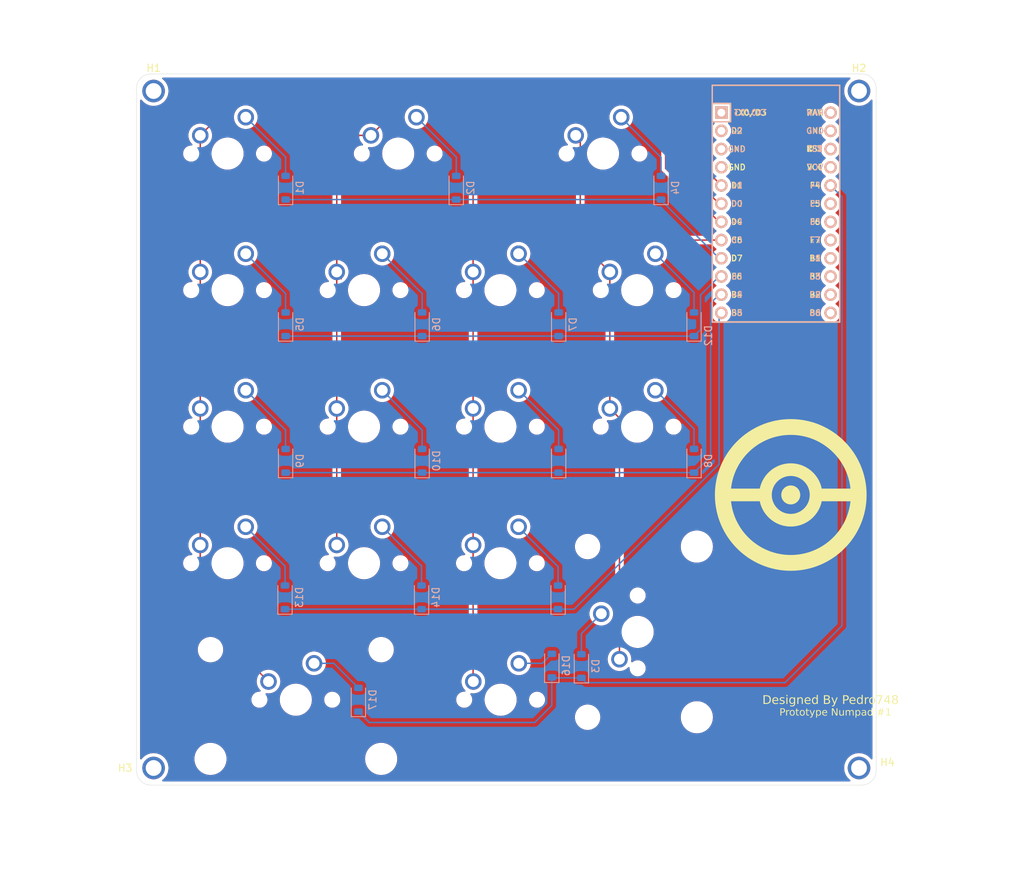
<source format=kicad_pcb>
(kicad_pcb (version 20240108) (generator "pcbnew") (generator_version "8.0")
  (layers (0 "F.Cu" signal) (31 "B.Cu" signal) (34 "B.Paste" user) (35 "F.Paste" user) (36 "B.SilkS" user "B.Silkscreen") (37 "F.SilkS" user "F.Silkscreen") (38 "B.Mask" user) (39 "F.Mask" user) (44 "Edge.Cuts" user))
  (net 0 "")
  (net 1 "Net-(D1-A)")
  (net 2 "Net-(D2-A)")
  (net 3 "Net-(D4-A)")
  (net 4 "Net-(D5-A)")
  (net 5 "Net-(D6-A)")
  (net 6 "Net-(D7-A)")
  (net 7 "Net-(D9-A)")
  (net 8 "Net-(D10-A)")
  (net 9 "Net-(D12-A)")
  (net 10 "Net-(D13-A)")
  (net 11 "Net-(D14-A)")
  (net 12 "Net-(D15-A)")
  (net 13 "Net-(D11-A)")
  (net 14 "Net-(D3-A)")
  (net 15 "Net-(D16-A)")
  (net 16 "ROW1")
  (net 17 "ROW4")
  (net 18 "ROW2")
  (net 19 "ROW3")
  (net 20 "COL1")
  (net 21 "COL2")
  (net 22 "COL3")
  (net 23 "Net-(D17-A)")
  (net 36 "Net-(D8-A)")
  (net 40 "ROW0")
  (net 41 "COL0")
  (footprint "PCM_marbastlib-mx:SW_MX_1.5u" (layer "F.Cu") (at 128.42875 79.375)
    (property "Reference" "MX2" (hide yes))
    (property "Value" "MX_SW_solder")
  )
  (footprint "PCM_marbastlib-mx:SW_MX_1u" (layer "F.Cu") (at 142.68625 117.475)
    (property "Reference" "MX11" (hide yes))
    (property "Value" "MX_SW_solder")
  )
  (footprint "MountingHole:MountingHole_2.2mm_M2" (layer "F.Cu") (at 94.2975 70.64375)
    (property "Reference" "H1")
    (property "Value" "MountingHole")
  )
  (footprint "PCM_marbastlib-mx:SW_MX_1u" (layer "F.Cu") (at 123.66 98.425)
    (property "Reference" "MX6" (hide yes))
    (property "Value" "MX_SW_solder")
  )
  (footprint "PCM_marbastlib-mx:SW_MX_1u" (layer "F.Cu") (at 123.66 117.475)
    (property "Reference" "MX10" (hide yes))
    (property "Value" "MX_SW_solder")
  )
  (footprint "PCM_marbastlib-mx:SW_MX_1u" (layer "F.Cu") (at 161.84 146.1125 90)
    (property "Reference" "MX3" (hide yes))
    (property "Value" "MX_SW_solder")
  )
  (footprint "PCM_marbastlib-mx:SW_MX_1u" (layer "F.Cu") (at 142.71625 155.575)
    (property "Reference" "MX16" (hide yes))
    (property "Value" "MX_SW_solder")
  )
  (footprint "MountingHole:MountingHole_2.2mm_M2" (layer "F.Cu") (at 192.7225 70.64375)
    (property "Reference" "H2")
    (property "Value" "MountingHole")
  )
  (footprint "PCM_marbastlib-mx:SW_MX_1u" (layer "F.Cu") (at 161.76625 98.425)
    (property "Reference" "MX12" (hide yes))
    (property "Value" "MX_SW_solder")
  )
  (footprint "PCM_marbastlib-mx:SW_MX_1u" (layer "F.Cu") (at 104.61625 117.475)
    (property "Reference" "MX9" (hide yes))
    (property "Value" "MX_SW_solder")
  )
  (footprint "PCM_marbastlib-mx:SW_MX_1u" (layer "F.Cu") (at 104.61625 98.425)
    (property "Reference" "MX5" (hide yes))
    (property "Value" "MX_SW_solder")
  )
  (footprint "PCM_marbastlib-mx:SW_MX_1u" (layer "F.Cu") (at 123.66 136.525)
    (property "Reference" "MX14" (hide yes))
    (property "Value" "MX_SW_solder")
  )
  (footprint "MountingHole:MountingHole_2.2mm_M2" (layer "F.Cu") (at 94.2975 165.1)
    (property "Reference" "H3")
    (property "Value" "MountingHole")
  )
  (footprint "PCM_marbastlib-mx:STAB_MX_2u" (layer "F.Cu") (at 161.84 146.1125 90)
    (property "Reference" "S2" (hide yes))
    (property "Value" "MX_stab")
  )
  (footprint "PCM_marbastlib-mx:SW_MX_1u" (layer "F.Cu") (at 161.76625 117.475)
    (property "Reference" "MX8" (hide yes))
    (property "Value" "MX_SW_solder")
  )
  (footprint "ScottoKeebs_MCU:Arduino_Pro_Micro" (layer "F.Cu") (at 181.13375 87.63)
    (property "Reference" "U1" (hide yes))
    (property "Value" "Arduino_Pro_Micro" (hide yes))
  )
  (footprint "PCM_marbastlib-mx:SW_MX_1u" (layer "F.Cu") (at 142.68625 98.425)
    (property "Reference" "MX7" (hide yes))
    (property "Value" "MX_SW_solder")
  )
  (footprint "PCM_marbastlib-mx:SW_MX_1u" (layer "F.Cu") (at 104.61 136.525)
    (property "Reference" "MX13" (hide yes))
    (property "Value" "MX_SW_solder")
  )
  (footprint "MountingHole:MountingHole_2.2mm_M2" (layer "F.Cu") (at 192.7225 165.1)
    (property "Reference" "H4")
    (property "Value" "MountingHole")
  )
  (footprint "PCM_marbastlib-mx:SW_MX_1u" (layer "F.Cu") (at 114.14125 155.575)
    (property "Reference" "MX17" (hide yes))
    (property "Value" "MX_SW_solder")
  )
  (footprint "PCM_marbastlib-mx:SW_MX_1u" (layer "F.Cu") (at 104.61625 79.375)
    (property "Reference" "MX1" (hide yes))
    (property "Value" "MX_SW_solder")
  )
  (footprint "PCM_marbastlib-mx:SW_MX_1u" (layer "F.Cu") (at 142.68625 136.525)
    (property "Reference" "MX15" (hide yes))
    (property "Value" "MX_SW_solder")
  )
  (footprint "PCM_marbastlib-mx:SW_MX_1.5u" (layer "F.Cu") (at 157.0025 79.375)
    (property "Reference" "MX4" (hide yes))
    (property "Value" "MX_SW_solder")
  )
  (footprint "PCM_marbastlib-mx:STAB_MX_2u" (layer "F.Cu") (at 114.14125 155.575)
    (property "Reference" "S3" (hide yes))
    (property "Value" "MX_stab")
  )
  (footprint "Diode_SMD:D_SOD-123" (layer "B.Cu") (at 169.70375 122.2375 90)
    (property "Reference" "D8")
    (property "Value" "D_Small")
  )
  (footprint "Diode_SMD:D_SOD-123" (layer "B.Cu") (at 136.525 84.1375 90)
    (property "Reference" "D2")
    (property "Value" "D_Small")
  )
  (footprint "Diode_SMD:D_SOD-123" (layer "B.Cu") (at 122.8725 155.575 90)
    (property "Reference" "D17")
    (property "Value" "D_Small")
  )
  (footprint "Diode_SMD:D_SOD-123" (layer "B.Cu") (at 150.8125 103.1875 90)
    (property "Reference" "D7")
    (property "Value" "D_Small")
  )
  (footprint "Diode_SMD:D_SOD-123" (layer "B.Cu") (at 150.7325 141.2875 90)
    (property "Reference" "D15" (hide yes))
    (property "Value" "D_Small")
  )
  (footprint "Diode_SMD:D_SOD-123" (layer "B.Cu") (at 149.86 150.8125 90)
    (property "Reference" "D16")
    (property "Value" "D_Small")
  )
  (footprint "Diode_SMD:D_SOD-123" (layer "B.Cu") (at 131.7625 122.2375 90)
    (property "Reference" "D10")
    (property "Value" "D_Small")
  )
  (footprint "Diode_SMD:D_SOD-123" (layer "B.Cu") (at 131.7625 103.1875 90)
    (property "Reference" "D6")
    (property "Value" "D_Small")
  )
  (footprint "Diode_SMD:D_SOD-123" (layer "B.Cu") (at 169.70375 103.1875 90)
    (property "Reference" "D12")
    (property "Value" "D_Small")
  )
  (footprint "Diode_SMD:D_SOD-123" (layer "B.Cu") (at 112.7125 103.1875 90)
    (property "Reference" "D5")
    (property "Value" "D_Small")
  )
  (footprint "Diode_SMD:D_SOD-123" (layer "B.Cu") (at 112.7125 122.2375 90)
    (property "Reference" "D9")
    (property "Value" "D_Small")
  )
  (footprint "Diode_SMD:D_SOD-123" (layer "B.Cu") (at 112.6325 141.2875 90)
    (property "Reference" "D13")
    (property "Value" "D_Small")
  )
  (footprint "Diode_SMD:D_SOD-123" (layer "B.Cu") (at 131.6825 141.2875 90)
    (property "Reference" "D14")
    (property "Value" "D_Small")
  )
  (footprint "Diode_SMD:D_SOD-123" (layer "B.Cu") (at 150.8125 122.2375 90)
    (property "Reference" "D11" (hide yes))
    (property "Value" "D_Small")
  )
  (footprint "Diode_SMD:D_SOD-123" (layer "B.Cu") (at 153.9875 150.875 90)
    (property "Reference" "D3")
    (property "Value" "D_Small")
  )
  (footprint "Diode_SMD:D_SOD-123" (layer "B.Cu") (at 112.7125 84.1375 90)
    (property "Reference" "D1")
    (property "Value" "D_Small")
  )
  (footprint "Diode_SMD:D_SOD-123" (layer "B.Cu") (at 165.1 84.1375 90)
    (property "Reference" "D4")
    (property "Value" "D_Small")
  )
  (gr_poly (pts (xy 183.265578 125.678804) (xy 183.332762 125.683912) (xy 183.39897 125.692325) (xy 183.464117 125.703959) (xy 183.528121 125.718731) (xy 183.590899 125.736557) (xy 183.652368 125.757355) (xy 183.712444 125.781042) (xy 183.771044 125.807534) (xy 183.828086 125.836749) (xy 183.883486 125.868603) (xy 183.937161 125.903013) (xy 183.989028 125.939896) (xy 184.039003 125.979168) (xy 184.087004 126.020748) (xy 184.132948 126.064551) (xy 184.176751 126.110495) (xy 184.218331 126.158496) (xy 184.257604 126.208472) (xy 184.294487 126.260339) (xy 184.328897 126.314013) (xy 184.36075 126.369413) (xy 184.389965 126.426455) (xy 184.416457 126.485055) (xy 184.440144 126.545131) (xy 184.460942 126.6066) (xy 184.478769 126.669378) (xy 184.49354 126.733382) (xy 184.505174 126.798529) (xy 184.513587 126.864737) (xy 184.518695 126.931921) (xy 184.520417 127) (xy 184.518695 127.068078) (xy 184.513587 127.135262) (xy 184.505174 127.20147) (xy 184.49354 127.266617) (xy 184.478769 127.330621) (xy 184.460942 127.393399) (xy 184.440144 127.454868) (xy 184.416457 127.514944) (xy 184.389965 127.573544) (xy 184.36075 127.630586) (xy 184.328897 127.685986) (xy 184.294487 127.739661) (xy 184.257604 127.791528) (xy 184.218331 127.841503) (xy 184.176751 127.889504) (xy 184.132948 127.935448) (xy 184.087004 127.979251) (xy 184.039003 128.020831) (xy 183.989028 128.060104) (xy 183.937161 128.096987) (xy 183.883486 128.131397) (xy 183.828086 128.16325) (xy 183.771044 128.192465) (xy 183.712444 128.218957) (xy 183.652368 128.242644) (xy 183.590899 128.263442) (xy 183.528121 128.281269) (xy 183.464117 128.29604) (xy 183.39897 128.307674) (xy 183.332762 128.316087) (xy 183.265578 128.321195) (xy 183.1975 128.322917) (xy 183.129421 128.321195) (xy 183.062237 128.316087) (xy 182.996029 128.307674) (xy 182.930882 128.29604) (xy 182.866878 128.281269) (xy 182.8041 128.263442) (xy 182.742631 128.242644) (xy 182.682555 128.218957) (xy 182.623955 128.192465) (xy 182.566913 128.16325) (xy 182.511513 128.131397) (xy 182.457839 128.096987) (xy 182.405972 128.060104) (xy 182.355996 128.020831) (xy 182.307995 127.979251) (xy 182.262051 127.935448) (xy 182.218248 127.889504) (xy 182.176668 127.841503) (xy 182.137396 127.791528) (xy 182.100513 127.739661) (xy 182.066103 127.685986) (xy 182.034249 127.630586) (xy 182.005034 127.573544) (xy 181.978542 127.514944) (xy 181.954855 127.454868) (xy 181.934057 127.393399) (xy 181.916231 127.330621) (xy 181.901459 127.266617) (xy 181.889825 127.20147) (xy 181.881412 127.135262) (xy 181.876304 127.068078) (xy 181.874582 127) (xy 181.876304 126.931921) (xy 181.881412 126.864737) (xy 181.889825 126.798529) (xy 181.901459 126.733382) (xy 181.916231 126.669378) (xy 181.934057 126.6066) (xy 181.954855 126.545131) (xy 181.978542 126.485055) (xy 182.005034 126.426455) (xy 182.034249 126.369413) (xy 182.066103 126.314013) (xy 182.100513 126.260339) (xy 182.137396 126.208472) (xy 182.176668 126.158496) (xy 182.218248 126.110495) (xy 182.262051 126.064551) (xy 182.307995 126.020748) (xy 182.355996 125.979168) (xy 182.405972 125.939896) (xy 182.457839 125.903013) (xy 182.511513 125.868603) (xy 182.566913 125.836749) (xy 182.623955 125.807534) (xy 182.682555 125.781042) (xy 182.742631 125.757355) (xy 182.8041 125.736557) (xy 182.866878 125.718731) (xy 182.930882 125.703959) (xy 182.996029 125.692325) (xy 183.062237 125.683912) (xy 183.129421 125.678804) (xy 183.1975 125.677082)) (stroke (width -0.000001)) (fill solid) (layer "F.SilkS"))
  (gr_poly (pts (xy 183.742116 116.430438) (xy 184.279583 116.471307) (xy 184.809236 116.538611) (xy 185.330409 116.631683) (xy 185.842438 116.749859) (xy 186.344657 116.892473) (xy 186.836402 117.058861) (xy 187.317008 117.248358) (xy 187.78581 117.460299) (xy 188.242142 117.694019) (xy 188.68534 117.948853) (xy 189.11474 118.224135) (xy 189.529674 118.519202) (xy 189.92948 118.833387) (xy 190.313492 119.166027) (xy 190.681045 119.516455) (xy 191.031473 119.884008) (xy 191.364113 120.26802) (xy 191.678298 120.667825) (xy 191.973365 121.08276) (xy 192.248648 121.512159) (xy 192.503481 121.955357) (xy 192.737201 122.41169) (xy 192.949142 122.880491) (xy 193.138639 123.361097) (xy 193.305028 123.852842) (xy 193.447642 124.355062) (xy 193.565818 124.867091) (xy 193.65889 125.388264) (xy 193.726193 125.917916) (xy 193.767063 126.455383) (xy 193.780834 127) (xy 193.767063 127.544616) (xy 193.726193 128.082083) (xy 193.65889 128.611736) (xy 193.565818 129.132909) (xy 193.447642 129.644938) (xy 193.305028 130.147157) (xy 193.138639 130.638902) (xy 192.949142 131.119508) (xy 192.737201 131.58831) (xy 192.503481 132.044642) (xy 192.248648 132.48784) (xy 191.973365 132.91724) (xy 191.678298 133.332174) (xy 191.364113 133.73198) (xy 191.031473 134.115992) (xy 190.681045 134.483545) (xy 190.313492 134.833973) (xy 189.92948 135.166613) (xy 189.529674 135.480798) (xy 189.11474 135.775865) (xy 188.68534 136.051148) (xy 188.242142 136.305981) (xy 187.78581 136.539701) (xy 187.317008 136.751642) (xy 186.836402 136.941139) (xy 186.344657 137.107528) (xy 185.842438 137.250142) (xy 185.330409 137.368318) (xy 184.809236 137.46139) (xy 184.279583 137.528693) (xy 183.742116 137.569563) (xy 183.1975 137.583334) (xy 182.652883 137.569563) (xy 182.115416 137.528693) (xy 181.585764 137.46139) (xy 181.064591 137.368318) (xy 180.552562 137.250142) (xy 180.050342 137.107528) (xy 179.558597 136.941139) (xy 179.077991 136.751642) (xy 178.60919 136.539701) (xy 178.152857 136.305981) (xy 177.709659 136.051148) (xy 177.28026 135.775865) (xy 176.865325 135.480798) (xy 176.46552 135.166613) (xy 176.081508 134.833973) (xy 175.713955 134.483545) (xy 175.363527 134.115992) (xy 175.030887 133.73198) (xy 174.716702 133.332174) (xy 174.421635 132.91724) (xy 174.146353 132.48784) (xy 173.891519 132.044642) (xy 173.657799 131.58831) (xy 173.445858 131.119508) (xy 173.256361 130.638902) (xy 173.089973 130.147157) (xy 172.947359 129.644938) (xy 172.829183 129.132909) (xy 172.736111 128.611736) (xy 172.668807 128.082083) (xy 172.653587 127.881926) (xy 174.864908 127.881926) (xy 174.915299 128.27408) (xy 174.98355 128.66036) (xy 175.06923 129.040334) (xy 175.171908 129.413572) (xy 175.291153 129.779641) (xy 175.426533 130.138112) (xy 175.577618 130.488551) (xy 175.743976 130.83053) (xy 175.925176 131.163615) (xy 176.120788 131.487377) (xy 176.330379 131.801383) (xy 176.553518 132.105204) (xy 176.789775 132.398407) (xy 177.038719 132.680561) (xy 177.299917 132.951235) (xy 177.572939 133.209999) (xy 177.857354 133.45642) (xy 178.15273 133.690068) (xy 178.458637 133.910512) (xy 178.774643 134.11732) (xy 179.100316 134.310061) (xy 179.435227 134.488304) (xy 179.778943 134.651618) (xy 180.131034 134.799572) (xy 180.491068 134.931734) (xy 180.858614 135.047674) (xy 181.233241 135.146959) (xy 181.614518 135.22916) (xy 182.002014 135.293844) (xy 182.395297 135.340581) (xy 182.793936 135.368939) (xy 183.1975 135.378488) (xy 183.601064 135.368939) (xy 183.999703 135.340581) (xy 184.392986 135.293844) (xy 184.780481 135.22916) (xy 185.161758 135.146959) (xy 185.536385 135.047674) (xy 185.903931 134.931734) (xy 186.263965 134.799572) (xy 186.616056 134.651618) (xy 186.959772 134.488304) (xy 187.294683 134.310061) (xy 187.620356 134.11732) (xy 187.936362 133.910512) (xy 188.242269 133.690068) (xy 188.537645 133.45642) (xy 188.82206 133.209999) (xy 189.095082 132.951235) (xy 189.35628 132.680561) (xy 189.605224 132.398407) (xy 189.841481 132.105204) (xy 190.06462 131.801383) (xy 190.274211 131.487377) (xy 190.469823 131.163615) (xy 190.651023 130.83053) (xy 190.817381 130.488551) (xy 190.968466 130.138112) (xy 191.103847 129.779641) (xy 191.223092 129.413572) (xy 191.32577 129.040334) (xy 191.411451 128.66036) (xy 191.479702 128.27408) (xy 191.530092 127.881926) (xy 187.519008 127.881982) (xy 187.476719 128.069191) (xy 187.426583 128.253297) (xy 187.368787 128.434113) (xy 187.303515 128.611454) (xy 187.230956 128.785133) (xy 187.151295 128.954964) (xy 187.064719 129.120761) (xy 186.971413 129.282337) (xy 186.871563 129.439506) (xy 186.765357 129.592082) (xy 186.652981 129.739879) (xy 186.53462 129.88271) (xy 186.41046 130.020389) (xy 186.280689 130.152731) (xy 186.145493 130.279548) (xy 186.005056 130.400654) (xy 185.859567 130.515864) (xy 185.709211 130.62499) (xy 185.554174 130.727847) (xy 185.394643 130.824249) (xy 185.230804 130.914009) (xy 185.062842 130.996941) (xy 184.890945 131.072858) (xy 184.715299 131.141575) (xy 184.53609 131.202905) (xy 184.353503 131.256662) (xy 184.167726 131.302659) (xy 183.978945 131.340712) (xy 183.787345 131.370632) (xy 183.593113 131.392234) (xy 183.396436 131.405332) (xy 183.1975 131.409739) (xy 182.998563 131.405332) (xy 182.801886 131.392234) (xy 182.607654 131.370632) (xy 182.416055 131.340712) (xy 182.227273 131.302659) (xy 182.041496 131.256662) (xy 181.85891 131.202905) (xy 181.6797 131.141575) (xy 181.504054 131.072858) (xy 181.332157 130.996941) (xy 181.164196 130.914009) (xy 181.000356 130.824249) (xy 180.840825 130.727847) (xy 180.685788 130.62499) (xy 180.389943 130.400654) (xy 180.11431 130.152731) (xy 179.86038 129.88271) (xy 179.629642 129.592082) (xy 179.523436 129.439506) (xy 179.423587 129.282337) (xy 179.330281 129.120761) (xy 179.243704 128.954964) (xy 179.164043 128.785133) (xy 179.091484 128.611454) (xy 179.026213 128.434113) (xy 178.968416 128.253297) (xy 178.91828 128.069191) (xy 178.875991 127.881982) (xy 174.864908 127.881926) (xy 172.653587 127.881926) (xy 172.627938 127.544616) (xy 172.614167 127) (xy 180.551667 127) (xy 180.555109 127.136156) (xy 180.565327 127.270525) (xy 180.582152 127.40294) (xy 180.60542 127.533235) (xy 180.634963 127.661244) (xy 180.670616 127.7868) (xy 180.712212 127.909737) (xy 180.759586 128.029889) (xy 180.81257 128.14709) (xy 180.870999 128.261173) (xy 180.934706 128.371973) (xy 181.003526 128.479322) (xy 181.077292 128.583056) (xy 181.155837 128.683007) (xy 181.238997 128.779009) (xy 181.326603 128.870896) (xy 181.41849 128.958503) (xy 181.514493 129.041662) (xy 181.614444 129.120207) (xy 181.718177 129.193973) (xy 181.825527 129.262793) (xy 181.936326 129.3265) (xy 182.05041 129.384929) (xy 182.16761 129.437914) (xy 182.287762 129.485287) (xy 182.4107 129.526883) (xy 182.536256 129.562536) (xy 182.664264 129.59208) (xy 182.794559 129.615347) (xy 182.926974 129.632173) (xy 183.061343 129.64239) (xy 183.1975 129.645832) (xy 183.333651 129.64239) (xy 183.468016 129.632173) (xy 183.600427 129.615347) (xy 183.730719 129.59208) (xy 183.858724 129.562536) (xy 183.984278 129.526883) (xy 184.107214 129.485287) (xy 184.227364 129.437914) (xy 184.344564 129.384929) (xy 184.458647 129.3265) (xy 184.569447 129.262793) (xy 184.676797 129.193973) (xy 184.780531 129.120207) (xy 184.880482 129.041662) (xy 184.976486 128.958503) (xy 185.068375 128.870896) (xy 185.155982 128.779009) (xy 185.239143 128.683007) (xy 185.31769 128.583056) (xy 185.391458 128.479322) (xy 185.460279 128.371973) (xy 185.523989 128.261173) (xy 185.582419 128.14709) (xy 185.635406 128.029889) (xy 185.682781 127.909737) (xy 185.724378 127.7868) (xy 185.760033 127.661244) (xy 185.789577 127.533235) (xy 185.812846 127.40294) (xy 185.829672 127.270525) (xy 185.83989 127.136156) (xy 185.843332 127) (xy 185.83989 126.863848) (xy 185.829672 126.729484) (xy 185.812846 126.597072) (xy 185.789577 126.466781) (xy 185.760033 126.338775) (xy 185.724378 126.213221) (xy 185.682781 126.090286) (xy 185.635406 125.970135) (xy 185.582419 125.852935) (xy 185.523989 125.738852) (xy 185.460279 125.628053) (xy 185.391458 125.520703) (xy 185.31769 125.416969) (xy 185.239143 125.317017) (xy 185.155982 125.221013) (xy 185.068375 125.129125) (xy 184.976486 125.041517) (xy 184.880482 124.958356) (xy 184.780531 124.879809) (xy 184.676797 124.806041) (xy 184.569447 124.73722) (xy 184.458647 124.673511) (xy 184.344564 124.61508) (xy 184.227364 124.562094) (xy 184.107214 124.514719) (xy 183.984278 124.473121) (xy 183.858724 124.437467) (xy 183.730719 124.407922) (xy 183.600427 124.384653) (xy 183.468016 124.367827) (xy 183.333651 124.35761) (xy 183.1975 124.354167) (xy 183.061343 124.35761) (xy 182.926974 124.367827) (xy 182.794559 124.384653) (xy 182.664264 124.407922) (xy 182.536256 124.437467) (xy 182.4107 124.473121) (xy 182.287762 124.514719) (xy 182.16761 124.562094) (xy 182.05041 124.61508) (xy 181.936326 124.673511) (xy 181.825527 124.73722) (xy 181.718177 124.806041) (xy 181.614444 124.879809) (xy 181.514493 124.958356) (xy 181.41849 125.041517) (xy 181.326603 125.129125) (xy 181.238997 125.221013) (xy 181.155837 125.317017) (xy 181.077292 125.416969) (xy 181.003526 125.520703) (xy 180.934706 125.628053) (xy 180.870999 125.738852) (xy 180.81257 125.852935) (xy 180.759586 125.970135) (xy 180.712212 126.090286) (xy 180.670616 126.213221) (xy 180.634963 126.338775) (xy 180.60542 126.466781) (xy 180.582152 126.597072) (xy 180.565327 126.729484) (xy 180.555109 126.863848) (xy 180.551667 127) (xy 172.614167 127) (xy 172.627938 126.455383) (xy 172.653587 126.118074) (xy 174.864908 126.118074) (xy 178.875991 126.118074) (xy 178.91828 125.93086) (xy 178.968416 125.746749) (xy 179.026213 125.565928) (xy 179.091484 125.388583) (xy 179.164043 125.2149) (xy 179.243704 125.045065) (xy 179.330281 124.879265) (xy 179.423587 124.717686) (xy 179.523436 124.560514) (xy 179.629642 124.407935) (xy 179.742019 124.260136) (xy 179.86038 124.117303) (xy 179.984539 123.979621) (xy 180.11431 123.847278) (xy 180.249507 123.720459) (xy 180.389943 123.599352) (xy 180.535432 123.484141) (xy 180.685788 123.375013) (xy 180.840825 123.272155) (xy 181.000356 123.175752) (xy 181.164196 123.085992) (xy 181.332157 123.003059) (xy 181.504054 122.927141) (xy 181.6797 122.858424) (xy 181.85891 122.797094) (xy 182.041496 122.743337) (xy 182.227273 122.697339) (xy 182.416055 122.659286) (xy 182.607654 122.629366) (xy 182.801886 122.607764) (xy 182.998563 122.594666) (xy 183.1975 122.590258) (xy 183.396436 122.594666) (xy 183.593113 122.607764) (xy 183.787345 122.629366) (xy 183.978945 122.659286) (xy 184.167726 122.697339) (xy 184.353503 122.743337) (xy 184.53609 122.797094) (xy 184.715299 122.858424) (xy 184.890945 122.927141) (xy 185.062842 123.003059) (xy 185.230804 123.085992) (xy 185.394643 123.175752) (xy 185.554174 123.272155) (xy 185.709211 123.375013) (xy 186.005056 123.599352) (xy 186.280689 123.847278) (xy 186.53462 124.117303) (xy 186.765357 124.407935) (xy 186.871563 124.560514) (xy 186.971413 124.717686) (xy 187.064719 124.879265) (xy 187.151295 125.045065) (xy 187.230956 125.2149) (xy 187.303515 125.388583) (xy 187.368787 125.565928) (xy 187.426583 125.746749) (xy 187.476719 125.93086) (xy 187.519008 126.118074) (xy 191.530092 126.118074) (xy 191.479702 125.725919) (xy 191.411451 125.339639) (xy 191.32577 124.959665) (xy 191.223092 124.586427) (xy 191.103847 124.220358) (xy 190.968466 123.861888) (xy 190.817381 123.511448) (xy 190.651023 123.169469) (xy 190.469823 122.836384) (xy 190.274211 122.512622) (xy 190.06462 122.198615) (xy 189.841481 121.894795) (xy 189.605224 121.601592) (xy 189.35628 121.319437) (xy 189.095082 121.048763) (xy 188.82206 120.789999) (xy 188.537645 120.543578) (xy 188.242269 120.309929) (xy 187.936362 120.089486) (xy 187.620356 119.882678) (xy 187.294683 119.689936) (xy 186.959772 119.511693) (xy 186.616056 119.348379) (xy 186.263965 119.200425) (xy 185.903931 119.068263) (xy 185.536385 118.952324) (xy 185.161758 118.853038) (xy 184.780481 118.770837) (xy 184.392986 118.706153) (xy 183.999703 118.659416) (xy 183.601064 118.631058) (xy 183.1975 118.621509) (xy 182.793936 118.631058) (xy 182.395297 118.659416) (xy 182.002014 118.706153) (xy 181.614518 118.770837) (xy 181.233241 118.853038) (xy 180.858614 118.952324) (xy 180.491068 119.068263) (xy 180.131034 119.200425) (xy 179.778943 119.348379) (xy 179.435227 119.511693) (xy 179.100316 119.689936) (xy 178.774643 119.882678) (xy 178.458637 120.089486) (xy 178.15273 120.309929) (xy 177.857354 120.543578) (xy 177.572939 120.789999) (xy 177.299917 121.048763) (xy 177.038719 121.319437) (xy 176.789775 121.601592) (xy 176.553518 121.894795) (xy 176.330379 122.198615) (xy 176.120788 122.512622) (xy 175.925176 122.836384) (xy 175.743976 123.169469) (xy 175.577618 123.511448) (xy 175.426533 123.861888) (xy 175.291153 124.220358) (xy 175.171908 124.586427) (xy 175.06923 124.959665) (xy 174.98355 125.339639) (xy 174.915299 125.725919) (xy 174.864908 126.118074) (xy 172.653587 126.118074) (xy 172.668807 125.917916) (xy 172.736111 125.388264) (xy 172.829183 124.867091) (xy 172.947359 124.355062) (xy 173.089973 123.852842) (xy 173.256361 123.361097) (xy 173.445858 122.880491) (xy 173.657799 122.41169) (xy 173.891519 121.955357) (xy 174.146353 121.512159) (xy 174.421635 121.08276) (xy 174.716702 120.667825) (xy 175.030887 120.26802) (xy 175.363527 119.884008) (xy 175.713955 119.516455) (xy 176.081508 119.166027) (xy 176.46552 118.833387) (xy 176.865325 118.519202) (xy 177.28026 118.224135) (xy 177.709659 117.948853) (xy 178.152857 117.694019) (xy 178.60919 117.460299) (xy 179.077991 117.248358) (xy 179.558597 117.058861) (xy 180.050342 116.892473) (xy 180.552562 116.749859) (xy 181.064591 116.631683) (xy 181.585764 116.538611) (xy 182.115416 116.471307) (xy 182.652883 116.430438) (xy 183.1975 116.416667)) (stroke (width -0.000001)) (fill solid) (layer "F.SilkS"))
  (gr_arc (start 195.10375 165.48125) (mid 194.517964 166.895464) (end 193.10375 167.48125) (stroke (width 0.05)) (layer "Edge.Cuts"))
  (gr_arc (start 193.10375 68.2625) (mid 194.517964 68.848286) (end 195.10375 70.2625) (stroke (width 0.05)) (layer "Edge.Cuts"))
  (gr_line (start 193.10375 167.48125) (end 93.91625 167.48125) (stroke (width 0.05)) (layer "Edge.Cuts"))
  (gr_line (start 195.10375 70.2625) (end 195.10375 165.48125) (stroke (width 0.05)) (layer "Edge.Cuts"))
  (gr_line (start 91.91625 165.48125) (end 91.91625 70.2625) (stroke (width 0.05)) (layer "Edge.Cuts"))
  (gr_line (start 93.91625 68.2625) (end 193.10375 68.2625) (stroke (width 0.05)) (layer "Edge.Cuts"))
  (gr_arc (start 93.91625 167.48125) (mid 92.502036 166.895464) (end 91.91625 165.48125) (stroke (width 0.05)) (layer "Edge.Cuts"))
  (gr_arc (start 91.91625 70.2625) (mid 92.502039 68.848304) (end 93.91625 68.2625) (stroke (width 0.05)) (layer "Edge.Cuts"))
  (gr_text "Prototype Numpad #1\n" (at 181.61 157.95625 0) (layer "F.SilkS") (effects (font (size 1 1) (thickness 0.1)) (justify left bottom)))
  (gr_text "Designed By Pedro748" (at 179.22875 156.36875 0) (layer "F.SilkS") (effects (font (size 1.2 1.2) (thickness 0.1)) (justify left bottom)))
  (segment (start 112.7125 79.85125) (end 112.7125 82.4875) (width 0.2) (layer "B.Cu") (net 1))
  (segment (start 107.15625 74.295) (end 112.7125 79.85125) (width 0.2) (layer "B.Cu") (net 1))
  (segment (start 136.525 79.85125) (end 136.525 82.4875) (width 0.2) (layer "B.Cu") (net 2))
  (segment (start 130.96875 74.295) (end 136.525 79.85125) (width 0.2) (layer "B.Cu") (net 2))
  (segment (start 165.1 79.9125) (end 165.1 82.4875) (width 0.2) (layer "B.Cu") (net 3))
  (segment (start 159.4825 74.295) (end 165.1 79.9125) (width 0.2) (layer "B.Cu") (net 3))
  (segment (start 112.7125 98.90125) (end 112.7125 101.5375) (width 0.2) (layer "B.Cu") (net 4))
  (segment (start 107.15625 93.345) (end 112.7125 98.90125) (width 0.2) (layer "B.Cu") (net 4))
  (segment (start 126.20625 93.345) (end 131.7625 98.90125) (width 0.2) (layer "B.Cu") (net 5))
  (segment (start 131.7625 98.90125) (end 131.7625 101.5375) (width 0.2) (layer "B.Cu") (net 5))
  (segment (start 145.25625 93.345) (end 150.8125 98.90125) (width 0.2) (layer "B.Cu") (net 6))
  (segment (start 150.8125 98.90125) (end 150.8125 101.5375) (width 0.2) (layer "B.Cu") (net 6))
  (segment (start 112.7125 117.95125) (end 112.7125 120.5875) (width 0.2) (layer "B.Cu") (net 7))
  (segment (start 107.15625 112.395) (end 112.7125 117.95125) (width 0.2) (layer "B.Cu") (net 7))
  (segment (start 131.7625 117.95125) (end 131.7625 120.5875) (width 0.2) (layer "B.Cu") (net 8))
  (segment (start 126.20625 112.395) (end 131.7625 117.95125) (width 0.2) (layer "B.Cu") (net 8))
  (segment (start 169.70375 101.5375) (end 169.70375 98.7425) (width 0.2) (layer "B.Cu") (net 9))
  (segment (start 169.70375 98.7425) (end 164.30625 93.345) (width 0.2) (layer "B.Cu") (net 9))
  (segment (start 112.6325 136.9275) (end 112.6325 139.6375) (width 0.2) (layer "B.Cu") (net 10))
  (segment (start 107.15 131.445) (end 112.6325 136.9275) (width 0.2) (layer "B.Cu") (net 10))
  (segment (start 131.6825 136.9275) (end 131.6825 139.6375) (width 0.2) (layer "B.Cu") (net 11))
  (segment (start 126.2 131.445) (end 131.6825 136.9275) (width 0.2) (layer "B.Cu") (net 11))
  (segment (start 150.7325 137.01125) (end 150.7325 139.6375) (width 0.2) (layer "B.Cu") (net 12))
  (segment (start 145.16625 131.445) (end 150.7325 137.01125) (width 0.2) (layer "B.Cu") (net 12))
  (segment (start 145.25625 112.395) (end 150.8125 117.95125) (width 0.2) (layer "B.Cu") (net 13))
  (segment (start 150.8125 117.95125) (end 150.8125 120.5875) (width 0.2) (layer "B.Cu") (net 13))
  (segment (start 153.9875 149.225) (end 153.9875 146.345) (width 0.2) (layer "B.Cu") (net 14))
  (segment (start 153.9875 146.345) (end 156.76 143.5725) (width 0.2) (layer "B.Cu") (net 14))
  (segment (start 145.25625 150.495) (end 148.5275 150.495) (width 0.2) (layer "B.Cu") (net 15))
  (segment (start 148.5275 150.495) (end 149.86 149.1625) (width 0.2) (layer "B.Cu") (net 15))
  (segment (start 150.8125 104.8375) (end 169.70375 104.8375) (width 0.2) (layer "B.Cu") (net 16))
  (segment (start 170.60375 99.1125) (end 170.60375 103.9375) (width 0.2) (layer "B.Cu") (net 16))
  (segment (start 170.60375 103.9375) (end 169.70375 104.8375) (width 0.2) (layer "B.Cu") (net 16))
  (segment (start 173.19625 96.52) (end 170.60375 99.1125) (width 0.2) (layer "B.Cu") (net 16))
  (segment (start 112.7125 104.8375) (end 150.8125 104.8375) (width 0.2) (layer "B.Cu") (net 16))
  (segment (start 147.47875 158.75) (end 124.3975 158.75) (width 0.2) (layer "B.Cu") (net 17))
  (segment (start 122.8725 157.225) (end 124.3975 158.75) (width 0.2) (layer "B.Cu") (net 17))
  (segment (start 182.40375 153.19375) (end 190.34125 145.25625) (width 0.2) (layer "B.Cu") (net 17))
  (segment (start 154.65625 153.19375) (end 182.40375 153.19375) (width 0.2) (layer "B.Cu") (net 17))
  (segment (start 153.9875 152.525) (end 149.9225 152.525) (width 0.2) (layer "B.Cu") (net 17))
  (segment (start 149.86 156.36875) (end 147.47875 158.75) (width 0.2) (layer "B.Cu") (net 17))
  (segment (start 190.34125 85.4075) (end 188.75375 83.82) (width 0.2) (layer "B.Cu") (net 17))
  (segment (start 190.34125 145.25625) (end 190.34125 85.4075) (width 0.2) (layer "B.Cu") (net 17))
  (segment (start 153.9875 152.525) (end 154.65625 153.19375) (width 0.2) (layer "B.Cu") (net 17))
  (segment (start 149.9225 152.525) (end 149.86 152.4625) (width 0.2) (layer "B.Cu") (net 17))
  (segment (start 149.86 152.4625) (end 149.86 156.36875) (width 0.2) (layer "B.Cu") (net 17))
  (segment (start 172.01995 100.2363) (end 173.19625 99.06) (width 0.2) (layer "B.Cu") (net 18))
  (segment (start 131.7625 123.8875) (end 112.7125 123.8875) (width 0.2) (layer "B.Cu") (net 18))
  (segment (start 169.70375 123.8875) (end 172.01995 121.5713) (width 0.2) (layer "B.Cu") (net 18))
  (segment (start 172.01995 121.5713) (end 172.01995 100.2363) (width 0.2) (layer "B.Cu") (net 18))
  (segment (start 169.70375 123.8875) (end 131.7625 123.8875) (width 0.2) (layer "B.Cu") (net 18))
  (segment (start 173.19625 122.71375) (end 152.9725 142.9375) (width 0.2) (layer "B.Cu") (net 19))
  (segment (start 152.8925 142.9375) (end 150.7325 142.9375) (width 0.2) (layer "B.Cu") (net 19))
  (segment (start 173.19625 101.6) (end 173.19625 122.71375) (width 0.2) (layer "B.Cu") (net 19))
  (segment (start 150.7325 142.9375) (end 112.6325 142.9375) (width 0.2) (layer "B.Cu") (net 19))
  (segment (start 166.52875 79.6925) (end 166.52875 71.4375) (width 0.2) (layer "F.Cu") (net 20))
  (segment (start 119.85 96.19625) (end 120.49125 96.8375) (width 0.2) (layer "F.Cu") (net 20))
  (segment (start 119.85 95.885) (end 119.85 96.19625) (width 0.2) (layer "F.Cu") (net 20))
  (segment (start 122.992405 76.835) (end 119.85625 79.971155) (width 0.2) (layer "F.Cu") (net 20))
  (segment (start 124.61875 76.835) (end 130.81 70.64375) (width 0.2) (layer "F.Cu") (net 20))
  (segment (start 166.52875 71.4375) (end 165.735 70.64375) (width 0.2) (layer "F.Cu") (net 20))
  (segment (start 119.77625 133.91125) (end 119.85 133.985) (width 0.2) (layer "F.Cu") (net 20))
  (segment (start 120.49125 114.29375) (end 119.85 114.935) (width 0.2) (layer "F.Cu") (net 20))
  (segment (start 119.85 114.935) (end 119.85 133.985) (width 0.2) (layer "F.Cu") (net 20))
  (segment (start 165.735 70.64375) (end 130.81 70.64375) (width 0.2) (layer "F.Cu") (net 20))
  (segment (start 119.85625 79.971155) (end 119.85625 95.885) (width 0.2) (layer "F.Cu") (net 20))
  (segment (start 119.85 133.985) (end 120.41125 134.54625) (width 0.2) (layer "F.Cu") (net 20))
  (segment (start 119.85 95.885) (end 119.85 114.935) (width 0.2) (layer "F.Cu") (net 20))
  (segment (start 166.52875 79.6925) (end 173.19625 86.36) (width 0.2) (layer "F.Cu") (net 20))
  (segment (start 124.61875 76.835) (end 122.992405 76.835) (width 0.2) (layer "F.Cu") (net 20))
  (segment (start 138.87625 133.985) (end 138.87625 95.885) (width 0.2) (layer "F.Cu") (net 21))
  (segment (start 138.87625 153.005) (end 138.90625 153.035) (width 0.2) (layer "F.Cu") (net 21))
  (segment (start 146.14875 71.4375) (end 164.94125 71.4375) (width 0.2) (layer "F.Cu") (net 21))
  (segment (start 165.735 81.43875) (end 173.19625 88.9) (width 0.2) (layer "F.Cu") (net 21))
  (segment (start 165.735 72.23125) (end 165.735 81.43875) (width 0.2) (layer "F.Cu") (net 21))
  (segment (start 164.94125 71.4375) (end 165.735 72.23125) (width 0.2) (layer "F.Cu") (net 21))
  (segment (start 138.87625 133.985) (end 138.87625 153.005) (width 0.2) (layer "F.Cu") (net 21))
  (segment (start 138.87625 78.71) (end 146.14875 71.4375) (width 0.2) (layer "F.Cu") (net 21))
  (segment (start 138.87625 95.885) (end 138.87625 78.71) (width 0.2) (layer "F.Cu") (net 21))
  (segment (start 138.89625 95.895) (end 138.90625 95.885) (width 0.2) (layer "F.Cu") (net 21))
  (segment (start 157.95625 114.935) (end 157.95625 95.885) (width 0.2) (layer "F.Cu") (net 22))
  (segment (start 153.82875 91.28125) (end 153.82875 91.7575) (width 0.2) (layer "F.Cu") (net 22))
  (segment (start 153.1325 76.835) (end 153.82875 77.53125) (width 0.2) (layer "F.Cu") (net 22))
  (segment (start 159.3 116.27875) (end 157.95625 114.935) (width 0.2) (layer "F.Cu") (net 22))
  (segment (start 159.3 149.9225) (end 159.3 116.27875) (width 0.2) (layer "F.Cu") (net 22))
  (segment (start 173.19625 91.44) (end 153.9875 91.44) (width 0.2) (layer "F.Cu") (net 22))
  (segment (start 153.82875 77.53125) (end 153.82875 91.28125) (width 0.2) (layer "F.Cu") (net 22))
  (segment (start 153.82875 91.7575) (end 157.95625 95.885) (width 0.2) (layer "F.Cu") (net 22))
  (segment (start 153.9875 91.44) (end 153.82875 91.28125) (width 0.2) (layer "F.Cu") (net 22))
  (segment (start 119.4425 150.495) (end 122.8725 153.925) (width 0.2) (layer "B.Cu") (net 23))
  (segment (start 116.68125 150.495) (end 119.4425 150.495) (width 0.2) (layer "B.Cu") (net 23))
  (segment (start 169.70375 120.5875) (end 169.70375 117.775) (width 0.2) (layer "B.Cu") (net 36))
  (segment (start 169.70375 117.775) (end 164.32375 112.395) (width 0.2) (layer "B.Cu") (net 36))
  (segment (start 165.1 85.7875) (end 165.1 85.88375) (width 0.2) (layer "B.Cu") (net 40))
  (segment (start 112.7125 85.7875) (end 165.1 85.7875) (width 0.2) (layer "B.Cu") (net 40))
  (segment (start 165.1 85.88375) (end 173.19625 93.98) (width 0.2) (layer "B.Cu") (net 40))
  (segment (start 100.80625 133.97875) (end 100.8 133.985) (width 0.2) (layer "F.Cu") (net 41))
  (segment (start 100.8 133.985) (end 100.8 143.50375) (width 0.2) (layer "F.Cu") (net 41))
  (segment (start 167.48125 77.7875) (end 167.48125 70.8025) (width 0.2) (layer "F.Cu") (net 41))
  (segment (start 166.52875 69.85) (end 107.79125 69.85) (width 0.2) (layer "F.Cu") (net 41))
  (segment (start 167.48125 70.8025) (end 166.52875 69.85) (width 0.2) (layer "F.Cu") (net 41))
  (segment (start 100.80625 76.835) (end 100.80625 133.97875) (width 0.2) (layer "F.Cu") (net 41))
  (segment (start 173.51375 83.82) (end 167.48125 77.7875) (width 0.2) (layer "F.Cu") (net 41))
  (segment (start 100.80625 76.835) (end 107.79125 69.85) (width 0.2) (layer "F.Cu") (net 41))
  (segment (start 100.80625 76.835) (end 100.965 76.99375) (width 0.2) (layer "F.Cu") (net 41))
  (segment (start 100.8 143.50375) (end 110.33125 153.035) (width 0.2) (layer "F.Cu") (net 41))
  (zone (net 0) (net_name "") (layers "F&B.Cu") (connect_pads (clearance 0.5)) (min_thickness 0.25) (fill yes (thermal_gap 0.5) (thermal_bridge_width 0.5) (island_removal_mode 1) (island_area_min 10))
    (polygon (pts (xy 76.04125 58.7375) (xy 215.74125 57.94375) (xy 214.9475 180.18125) (xy 72.86625 177.8) (xy 76.835 57.94375)))
  )
)
</source>
